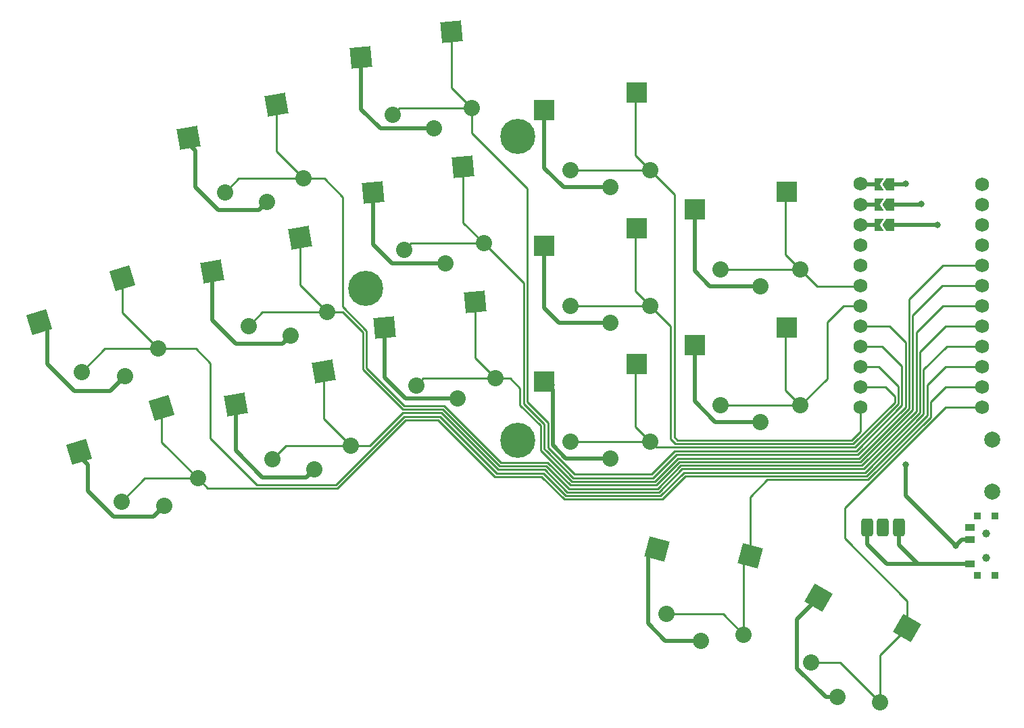
<source format=gtl>
%TF.GenerationSoftware,KiCad,Pcbnew,(6.0.4-0)*%
%TF.CreationDate,2022-05-16T08:39:31+02:00*%
%TF.ProjectId,battoota,62617474-6f6f-4746-912e-6b696361645f,v1.0.0*%
%TF.SameCoordinates,Original*%
%TF.FileFunction,Copper,L1,Top*%
%TF.FilePolarity,Positive*%
%FSLAX46Y46*%
G04 Gerber Fmt 4.6, Leading zero omitted, Abs format (unit mm)*
G04 Created by KiCad (PCBNEW (6.0.4-0)) date 2022-05-16 08:39:31*
%MOMM*%
%LPD*%
G01*
G04 APERTURE LIST*
G04 Aperture macros list*
%AMRoundRect*
0 Rectangle with rounded corners*
0 $1 Rounding radius*
0 $2 $3 $4 $5 $6 $7 $8 $9 X,Y pos of 4 corners*
0 Add a 4 corners polygon primitive as box body*
4,1,4,$2,$3,$4,$5,$6,$7,$8,$9,$2,$3,0*
0 Add four circle primitives for the rounded corners*
1,1,$1+$1,$2,$3*
1,1,$1+$1,$4,$5*
1,1,$1+$1,$6,$7*
1,1,$1+$1,$8,$9*
0 Add four rect primitives between the rounded corners*
20,1,$1+$1,$2,$3,$4,$5,0*
20,1,$1+$1,$4,$5,$6,$7,0*
20,1,$1+$1,$6,$7,$8,$9,0*
20,1,$1+$1,$8,$9,$2,$3,0*%
%AMRotRect*
0 Rectangle, with rotation*
0 The origin of the aperture is its center*
0 $1 length*
0 $2 width*
0 $3 Rotation angle, in degrees counterclockwise*
0 Add horizontal line*
21,1,$1,$2,0,0,$3*%
%AMFreePoly0*
4,1,6,0.500000,-0.750000,-0.650000,-0.750000,-0.150000,0.000000,-0.650000,0.750000,0.500000,0.750000,0.500000,-0.750000,0.500000,-0.750000,$1*%
%AMFreePoly1*
4,1,6,1.000000,0.000000,0.500000,-0.750000,-0.500000,-0.750000,-0.500000,0.750000,0.500000,0.750000,1.000000,0.000000,1.000000,0.000000,$1*%
G04 Aperture macros list end*
%TA.AperFunction,SMDPad,CuDef*%
%ADD10R,0.900000X0.900000*%
%TD*%
%TA.AperFunction,SMDPad,CuDef*%
%ADD11R,1.250000X0.900000*%
%TD*%
%TA.AperFunction,ComponentPad*%
%ADD12RoundRect,0.375000X-0.375000X-0.750000X0.375000X-0.750000X0.375000X0.750000X-0.375000X0.750000X0*%
%TD*%
%TA.AperFunction,ComponentPad*%
%ADD13C,2.000000*%
%TD*%
%TA.AperFunction,SMDPad,CuDef*%
%ADD14RotRect,2.600000X2.600000X10.000000*%
%TD*%
%TA.AperFunction,ComponentPad*%
%ADD15C,2.032000*%
%TD*%
%TA.AperFunction,SMDPad,CuDef*%
%ADD16RotRect,2.600000X2.600000X5.000000*%
%TD*%
%TA.AperFunction,SMDPad,CuDef*%
%ADD17R,2.600000X2.600000*%
%TD*%
%TA.AperFunction,SMDPad,CuDef*%
%ADD18RotRect,2.600000X2.600000X330.000000*%
%TD*%
%TA.AperFunction,WasherPad*%
%ADD19C,1.000000*%
%TD*%
%TA.AperFunction,SMDPad,CuDef*%
%ADD20RotRect,2.600000X2.600000X17.000000*%
%TD*%
%TA.AperFunction,SMDPad,CuDef*%
%ADD21RotRect,2.600000X2.600000X345.000000*%
%TD*%
%TA.AperFunction,ComponentPad*%
%ADD22C,1.752600*%
%TD*%
%TA.AperFunction,SMDPad,CuDef*%
%ADD23FreePoly0,180.000000*%
%TD*%
%TA.AperFunction,SMDPad,CuDef*%
%ADD24R,1.524000X0.500000*%
%TD*%
%TA.AperFunction,SMDPad,CuDef*%
%ADD25FreePoly1,180.000000*%
%TD*%
%TA.AperFunction,ComponentPad*%
%ADD26C,4.400000*%
%TD*%
%TA.AperFunction,ViaPad*%
%ADD27C,0.800000*%
%TD*%
%TA.AperFunction,Conductor*%
%ADD28C,0.250000*%
%TD*%
%TA.AperFunction,Conductor*%
%ADD29C,0.500000*%
%TD*%
G04 APERTURE END LIST*
D10*
%TO.P,T1,*%
%TO.N,*%
X161400140Y52144619D03*
X163600140Y59544619D03*
X163600140Y52144619D03*
X161400140Y59544619D03*
D11*
%TO.P,T1,1*%
%TO.N,Braw*%
X160425140Y53594619D03*
%TO.P,T1,2*%
%TO.N,RAW*%
X160425140Y56594619D03*
%TO.P,T1,3*%
%TO.N,N/C*%
X160425140Y58094619D03*
%TD*%
D12*
%TO.P,PAD1,1*%
%TO.N,Braw*%
X151545396Y58163682D03*
%TO.P,PAD1,2*%
%TO.N,GND*%
X149545396Y58163682D03*
%TO.P,PAD1,3*%
%TO.N,Braw*%
X147545396Y58163682D03*
%TD*%
D13*
%TO.P,B1,1*%
%TO.N,RST*%
X163203191Y69152519D03*
%TO.P,B1,2*%
%TO.N,GND*%
X163203191Y62652519D03*
%TD*%
D14*
%TO.P,S11,1*%
%TO.N,P3*%
X73579149Y111173371D03*
%TO.P,S11,2*%
%TO.N,GND*%
X62586645Y107001157D03*
%TD*%
D15*
%TO.P,S34,1*%
%TO.N,P9*%
X140546537Y41179683D03*
X149206791Y36179683D03*
%TO.P,S34,2*%
%TO.N,GND*%
X143826664Y36861030D03*
X143826664Y36861030D03*
%TD*%
D16*
%TO.P,S15,1*%
%TO.N,P18*%
X96965604Y103326961D03*
%TO.P,S15,2*%
%TO.N,GND*%
X85651298Y100128683D03*
%TD*%
D17*
%TO.P,S21,1*%
%TO.N,P16*%
X118686087Y95636017D03*
%TO.P,S21,2*%
%TO.N,GND*%
X107136087Y93436017D03*
%TD*%
D15*
%TO.P,S8,1*%
%TO.N,P5*%
X73026972Y66651093D03*
X82875050Y68387574D03*
%TO.P,S8,2*%
%TO.N,GND*%
X78315672Y65451237D03*
X78315672Y65451237D03*
%TD*%
%TO.P,S14,1*%
%TO.N,P2*%
X91053509Y75957538D03*
X101015456Y76829096D03*
%TO.P,S14,2*%
%TO.N,GND*%
X96217510Y74301308D03*
X96217510Y74301308D03*
%TD*%
%TO.P,S20,1*%
%TO.N,P14*%
X120411087Y68886017D03*
X110411087Y68886017D03*
%TO.P,S20,2*%
%TO.N,GND*%
X115411087Y66786017D03*
X115411087Y66786017D03*
%TD*%
%TO.P,S28,1*%
%TO.N,P19*%
X129218280Y73478852D03*
X139218280Y73478852D03*
%TO.P,S28,2*%
%TO.N,GND*%
X134218280Y71378852D03*
X134218280Y71378852D03*
%TD*%
D17*
%TO.P,S29,1*%
%TO.N,P20*%
X137493280Y100228852D03*
%TO.P,S29,2*%
%TO.N,GND*%
X125943280Y98028852D03*
%TD*%
D18*
%TO.P,S33,1*%
%TO.N,P9*%
X152587897Y45485931D03*
%TO.P,S33,2*%
%TO.N,GND*%
X141485304Y49355675D03*
%TD*%
D14*
%TO.P,S7,1*%
%TO.N,P5*%
X79483187Y77689907D03*
%TO.P,S7,2*%
%TO.N,GND*%
X68490683Y73517693D03*
%TD*%
D19*
%TO.P,T2,*%
%TO.N,*%
X162500140Y57344619D03*
X162500140Y54344619D03*
%TD*%
D20*
%TO.P,S5,1*%
%TO.N,P6*%
X54234545Y89377494D03*
%TO.P,S5,2*%
%TO.N,GND*%
X43832443Y83896730D03*
%TD*%
D17*
%TO.P,S27,1*%
%TO.N,P19*%
X137493280Y83228852D03*
%TO.P,S27,2*%
%TO.N,GND*%
X125943280Y81028852D03*
%TD*%
D14*
%TO.P,S9,1*%
%TO.N,P4*%
X76531168Y94431639D03*
%TO.P,S9,2*%
%TO.N,GND*%
X65538664Y90259425D03*
%TD*%
D15*
%TO.P,S16,1*%
%TO.N,P18*%
X99533808Y93764406D03*
X89571861Y92892848D03*
%TO.P,S16,2*%
%TO.N,GND*%
X94735862Y91236618D03*
X94735862Y91236618D03*
%TD*%
%TO.P,S30,1*%
%TO.N,P20*%
X139218280Y90478852D03*
X129218280Y90478852D03*
%TO.P,S30,2*%
%TO.N,GND*%
X134218280Y88378852D03*
X134218280Y88378852D03*
%TD*%
D16*
%TO.P,S13,1*%
%TO.N,P2*%
X98447252Y86391651D03*
%TO.P,S13,2*%
%TO.N,GND*%
X87132946Y83193373D03*
%TD*%
D15*
%TO.P,S24,1*%
%TO.N,P10*%
X110411087Y102886017D03*
X120411087Y102886017D03*
%TO.P,S24,2*%
%TO.N,GND*%
X115411087Y100786017D03*
X115411087Y100786017D03*
%TD*%
D16*
%TO.P,S17,1*%
%TO.N,P15*%
X95483957Y120262271D03*
%TO.P,S17,2*%
%TO.N,GND*%
X84169651Y117063993D03*
%TD*%
D15*
%TO.P,S4,1*%
%TO.N,P7*%
X54142067Y61376965D03*
X63705114Y64300682D03*
%TO.P,S4,2*%
%TO.N,GND*%
X59537571Y60830584D03*
X59537571Y60830584D03*
%TD*%
%TO.P,S10,1*%
%TO.N,P4*%
X70074953Y83392825D03*
X79923031Y85129306D03*
%TO.P,S10,2*%
%TO.N,GND*%
X75363653Y82192969D03*
X75363653Y82192969D03*
%TD*%
%TO.P,S22,1*%
%TO.N,P16*%
X110411087Y85886017D03*
X120411087Y85886017D03*
%TO.P,S22,2*%
%TO.N,GND*%
X115411087Y83786017D03*
X115411087Y83786017D03*
%TD*%
D21*
%TO.P,S31,1*%
%TO.N,P8*%
X132942445Y54548731D03*
%TO.P,S31,2*%
%TO.N,GND*%
X121216600Y55413054D03*
%TD*%
D22*
%TO.P,MCU1,*%
%TO.N,*%
X161977213Y98602542D03*
D23*
X148993690Y98602542D03*
X148993690Y101142542D03*
D24*
X148068690Y96062542D03*
D22*
X161977213Y96062542D03*
X146737213Y96062542D03*
D24*
X148068690Y101142542D03*
D23*
X148993690Y96062542D03*
D24*
X148068690Y98602542D03*
D22*
X146737213Y101226288D03*
X161977213Y101142542D03*
X146737213Y98602542D03*
D25*
%TO.P,MCU1,1*%
%TO.N,RAW*%
X150443690Y101142542D03*
%TO.P,MCU1,2*%
%TO.N,GND*%
X150443690Y98602542D03*
%TO.P,MCU1,3*%
%TO.N,RST*%
X150443690Y96062542D03*
D22*
%TO.P,MCU1,4*%
%TO.N,N/C*%
X146737213Y93522542D03*
%TO.P,MCU1,5*%
%TO.N,P21*%
X146737213Y90982542D03*
%TO.P,MCU1,6*%
%TO.N,P20*%
X146737213Y88442542D03*
%TO.P,MCU1,7*%
%TO.N,P19*%
X146737213Y85902542D03*
%TO.P,MCU1,8*%
%TO.N,P18*%
X146737213Y83362542D03*
%TO.P,MCU1,9*%
%TO.N,P15*%
X146737213Y80822542D03*
%TO.P,MCU1,10*%
%TO.N,P14*%
X146737213Y78282542D03*
%TO.P,MCU1,11*%
%TO.N,P16*%
X146737213Y75742542D03*
%TO.P,MCU1,12*%
%TO.N,P10*%
X146737213Y73202542D03*
%TO.P,MCU1,16*%
%TO.N,N/C*%
X161977213Y93522542D03*
%TO.P,MCU1,17*%
%TO.N,P2*%
X161977213Y90982542D03*
%TO.P,MCU1,18*%
%TO.N,P3*%
X161977213Y88442542D03*
%TO.P,MCU1,19*%
%TO.N,P4*%
X161977213Y85902542D03*
%TO.P,MCU1,20*%
%TO.N,P5*%
X161977213Y83362542D03*
%TO.P,MCU1,21*%
%TO.N,P6*%
X161977213Y80822542D03*
%TO.P,MCU1,22*%
%TO.N,P7*%
X161977213Y78282542D03*
%TO.P,MCU1,23*%
%TO.N,P8*%
X161977213Y75742542D03*
%TO.P,MCU1,24*%
%TO.N,P9*%
X161977213Y73202542D03*
%TD*%
D20*
%TO.P,S3,1*%
%TO.N,P7*%
X59204864Y73120313D03*
%TO.P,S3,2*%
%TO.N,GND*%
X48802762Y67639549D03*
%TD*%
D15*
%TO.P,S32,1*%
%TO.N,P8*%
X132085182Y44684492D03*
X122425923Y47272682D03*
%TO.P,S32,2*%
%TO.N,GND*%
X126712033Y43950143D03*
X126712033Y43950143D03*
%TD*%
D26*
%TO.P,REF\u002A\u002A,1*%
%TO.N,N/C*%
X84747220Y88141427D03*
X103797220Y69091427D03*
X103797220Y107191427D03*
%TD*%
D15*
%TO.P,S12,1*%
%TO.N,P3*%
X76971012Y101871038D03*
X67122934Y100134557D03*
%TO.P,S12,2*%
%TO.N,GND*%
X72411634Y98934701D03*
X72411634Y98934701D03*
%TD*%
D17*
%TO.P,S23,1*%
%TO.N,P10*%
X118686087Y112636017D03*
%TO.P,S23,2*%
%TO.N,GND*%
X107136087Y110436017D03*
%TD*%
D15*
%TO.P,S6,1*%
%TO.N,P6*%
X49171748Y77634146D03*
X58734795Y80557863D03*
%TO.P,S6,2*%
%TO.N,GND*%
X54567252Y77087765D03*
X54567252Y77087765D03*
%TD*%
D17*
%TO.P,S19,1*%
%TO.N,P14*%
X118686087Y78636017D03*
%TO.P,S19,2*%
%TO.N,GND*%
X107136087Y76436017D03*
%TD*%
D15*
%TO.P,S18,1*%
%TO.N,P15*%
X88090214Y109828158D03*
X98052161Y110699716D03*
%TO.P,S18,2*%
%TO.N,GND*%
X93254215Y108171928D03*
X93254215Y108171928D03*
%TD*%
D27*
%TO.N,GND*%
X154304587Y98650426D03*
%TO.N,RAW*%
X158661253Y55844619D03*
X152400000Y66040000D03*
X152400000Y101213143D03*
%TO.N,RST*%
X156389782Y96106346D03*
%TD*%
D28*
%TO.N,P9*%
X161977213Y73202542D02*
X157391963Y73202542D01*
X157391963Y73202542D02*
X144780000Y60590579D01*
X144780000Y60590579D02*
X144780000Y56741082D01*
X144780000Y56741082D02*
X152587897Y48933185D01*
X152587897Y48933185D02*
X152587897Y45485931D01*
%TO.N,P8*%
X161977213Y75742542D02*
X157416933Y75742542D01*
X157416933Y75742542D02*
X155527414Y73853023D01*
X155527414Y73853023D02*
X155527414Y71973710D01*
X155527414Y71973710D02*
X147665454Y64111751D01*
X147665454Y64111751D02*
X135069637Y64111751D01*
X135069637Y64111751D02*
X132942445Y61984559D01*
X132942445Y61984559D02*
X132942445Y54548731D01*
%TO.N,P6*%
X81024544Y63500000D02*
X71120000Y63500000D01*
X94028116Y72037521D02*
X89562066Y72037521D01*
X154628374Y72346106D02*
X147293059Y65010791D01*
X63479549Y80557863D02*
X58734795Y80557863D01*
X58734795Y80557863D02*
X52095465Y80557863D01*
X54234545Y89377494D02*
X54234545Y85058113D01*
X109813673Y62104105D02*
X106982862Y64934916D01*
X52095465Y80557863D02*
X49171748Y77634146D01*
X54234545Y85058113D02*
X58734795Y80557863D01*
X147293059Y65010791D02*
X124592825Y65010791D01*
X89562066Y72037521D02*
X81024544Y63500000D01*
X65297412Y78740000D02*
X63479549Y80557863D01*
X124592825Y65010791D02*
X121686138Y62104105D01*
X65297412Y69322588D02*
X65297412Y78740000D01*
X121686138Y62104105D02*
X109813673Y62104105D01*
X101130724Y64934916D02*
X94028116Y72037521D01*
X157527339Y80822542D02*
X154628374Y77923577D01*
X106982862Y64934916D02*
X101130724Y64934916D01*
X71120000Y63500000D02*
X65297412Y69322588D01*
X161977213Y80822542D02*
X157527339Y80822542D01*
X154628374Y77923577D02*
X154628374Y72346106D01*
D29*
%TO.N,GND*%
X108153560Y75418544D02*
X107136087Y76436017D01*
X63384822Y105421809D02*
X62586645Y106219986D01*
X96217510Y74301308D02*
X89760656Y74301308D01*
X134218280Y88378852D02*
X127851901Y88378852D01*
X63384822Y100802250D02*
X63384822Y105421809D01*
X128490798Y71378852D02*
X125943280Y73926370D01*
X75363653Y82192969D02*
X74347654Y81176970D01*
X115411087Y66786017D02*
X109815760Y66786017D01*
X125943280Y90287473D02*
X125943280Y98028852D01*
X108153560Y68448217D02*
X108153560Y75418544D01*
X62586645Y106219986D02*
X62586645Y107001157D01*
X66268370Y97918702D02*
X63384822Y100802250D01*
X74347654Y81176970D02*
X68485407Y81176970D01*
X71813295Y64435238D02*
X68490683Y67757850D01*
X89760656Y74301308D02*
X87132946Y76929018D01*
X109815760Y66786017D02*
X108153560Y68448217D01*
X49917361Y65987885D02*
X48802762Y67102484D01*
X138772419Y40478435D02*
X138772419Y46642790D01*
X120155154Y46082113D02*
X120155154Y54351608D01*
X59537571Y60830584D02*
X58196209Y59489222D01*
X77299673Y64435238D02*
X71813295Y64435238D01*
X115411087Y83786017D02*
X108973745Y83786017D01*
X78315672Y65451237D02*
X77299673Y64435238D01*
X58196209Y59489222D02*
X53137791Y59489222D01*
X71395635Y97918702D02*
X66268370Y97918702D01*
X126712033Y43950143D02*
X122287124Y43950143D01*
X53137791Y59489222D02*
X49917361Y62709652D01*
X134218280Y71378852D02*
X128490798Y71378852D01*
X107136087Y103216201D02*
X107136087Y110436017D01*
X86601289Y108171928D02*
X86570217Y108140856D01*
X93254215Y108171928D02*
X86601289Y108171928D01*
X115411087Y100786017D02*
X109566271Y100786017D01*
X68485407Y81176970D02*
X65538664Y84123713D01*
X85651298Y93599163D02*
X85651298Y100128683D01*
X65538664Y84123713D02*
X65538664Y90259425D01*
X48802762Y67102484D02*
X48802762Y67639549D01*
X138772419Y46642790D02*
X141485304Y49355675D01*
X122287124Y43950143D02*
X120155154Y46082113D01*
X142389824Y36861030D02*
X138772419Y40478435D01*
X154256703Y98602542D02*
X150443690Y98602542D01*
X108153560Y76015027D02*
X107136087Y77032500D01*
X109566271Y100786017D02*
X107136087Y103216201D01*
X94735862Y91236618D02*
X88013843Y91236618D01*
X48232895Y75218284D02*
X44864298Y78586881D01*
X87132946Y76929018D02*
X87132946Y83193373D01*
X88013843Y91236618D02*
X85651298Y93599163D01*
X108973745Y83786017D02*
X107136087Y85623675D01*
X154304587Y98650426D02*
X154256703Y98602542D01*
X127851901Y88378852D02*
X125943280Y90287473D01*
X44864298Y78586881D02*
X44864298Y82864875D01*
X86570217Y108140856D02*
X84169651Y110541422D01*
X54567252Y77087765D02*
X52697771Y75218284D01*
X72411634Y98934701D02*
X71395635Y97918702D01*
X143826664Y36861030D02*
X142389824Y36861030D01*
X68490683Y67757850D02*
X68490683Y73517693D01*
X52697771Y75218284D02*
X48232895Y75218284D01*
X107136087Y85623675D02*
X107136087Y93436017D01*
X44864298Y82864875D02*
X43832443Y83896730D01*
X49917361Y62709652D02*
X49917361Y65987885D01*
X125943280Y73926370D02*
X125943280Y81028852D01*
X84169651Y110541422D02*
X84169651Y117063993D01*
D28*
%TO.N,P5*%
X121499941Y62553625D02*
X124406628Y65460311D01*
X157383378Y83345369D02*
X161960040Y83345369D01*
X154178854Y80140845D02*
X157383378Y83345369D01*
X79483187Y71779437D02*
X82875050Y68387574D01*
X154178854Y72532303D02*
X154178854Y80140845D01*
X94214315Y72487041D02*
X101316920Y65384436D01*
X124406628Y65460311D02*
X147106862Y65460311D01*
X109999871Y62553625D02*
X121499941Y62553625D01*
X101316920Y65384436D02*
X107169060Y65384436D01*
X82875050Y68387574D02*
X74763453Y68387574D01*
X107169060Y65384436D02*
X109999871Y62553625D01*
X79483187Y77689907D02*
X79483187Y71779437D01*
X74763453Y68387574D02*
X73026972Y66651093D01*
X85276400Y68387574D02*
X89375867Y72487041D01*
X89375867Y72487041D02*
X94214315Y72487041D01*
X82875050Y68387574D02*
X85276400Y68387574D01*
X147106862Y65460311D02*
X154178854Y72532303D01*
%TO.N,P4*%
X101503117Y65833956D02*
X107355257Y65833956D01*
X121313741Y63003145D02*
X124220427Y65909831D01*
X76531168Y88521169D02*
X79923031Y85129306D01*
X94400512Y72936561D02*
X101503117Y65833956D01*
X146920664Y65909831D02*
X153729334Y72718501D01*
X76531168Y94431639D02*
X76531168Y88521169D01*
X107355257Y65833956D02*
X110186071Y63003145D01*
X84386480Y82617802D02*
X84386480Y77933067D01*
X157024799Y85904799D02*
X161974956Y85904799D01*
X79923031Y85129306D02*
X71811434Y85129306D01*
X79923031Y85129306D02*
X81874976Y85129306D01*
X124220427Y65909831D02*
X146920664Y65909831D01*
X81874976Y85129306D02*
X84386480Y82617802D01*
X153729334Y82609334D02*
X157024799Y85904799D01*
X84386480Y77933067D02*
X89382986Y72936561D01*
X89382986Y72936561D02*
X94400512Y72936561D01*
X71811434Y85129306D02*
X70074953Y83392825D01*
X153729334Y72718501D02*
X153729334Y82609334D01*
X110186071Y63003145D02*
X121313741Y63003145D01*
X161974956Y85904799D02*
X161977213Y85902542D01*
%TO.N,P3*%
X68859415Y101871038D02*
X67122934Y100134557D01*
X81858703Y85781297D02*
X84836000Y82804000D01*
X101689314Y66283476D02*
X107541455Y66283476D01*
X89569184Y73386081D02*
X94586709Y73386081D01*
X107541455Y66283476D02*
X110372268Y63452665D01*
X121127543Y63452665D02*
X124034230Y66359351D01*
X76971012Y101871038D02*
X79561162Y101871038D01*
X73579149Y111173371D02*
X73579149Y105262901D01*
X84836000Y82804000D02*
X84836000Y78119265D01*
X124034230Y66359351D02*
X146734466Y66359351D01*
X153249052Y84703008D02*
X156988586Y88442542D01*
X81858703Y99573497D02*
X81858703Y85781297D01*
X76971012Y101871038D02*
X68859415Y101871038D01*
X146734466Y66359351D02*
X153249052Y72873937D01*
X79561162Y101871038D02*
X81858703Y99573497D01*
X94586709Y73386081D02*
X101689314Y66283476D01*
X153249052Y72873937D02*
X153249052Y84703008D01*
X73579149Y105262901D02*
X76971012Y101871038D01*
X156988586Y88442542D02*
X161977213Y88442542D01*
X84836000Y78119265D02*
X89569184Y73386081D01*
X110372268Y63452665D02*
X121127543Y63452665D01*
%TO.N,P2*%
X102844128Y76829096D02*
X104079160Y75594064D01*
X91925067Y76829096D02*
X91053509Y75957538D01*
X104079160Y73484347D02*
X106680000Y70883507D01*
X101015456Y76829096D02*
X98447252Y79397300D01*
X98447252Y79397300D02*
X98447252Y86391651D01*
X120941347Y63902185D02*
X123848033Y66808871D01*
X157043597Y90982542D02*
X161977213Y90982542D01*
X146548268Y66808871D02*
X152799532Y73060135D01*
X123848033Y66808871D02*
X146548268Y66808871D01*
X152799532Y86738477D02*
X157043597Y90982542D01*
X104079160Y75594064D02*
X104079160Y73484347D01*
X106680000Y70883507D02*
X106680001Y67780648D01*
X110558465Y63902185D02*
X120941347Y63902185D01*
X152799532Y73060135D02*
X152799532Y86738477D01*
X101015456Y76829096D02*
X102844128Y76829096D01*
X101015456Y76829096D02*
X91925067Y76829096D01*
X106680001Y67780648D02*
X110558465Y63902185D01*
%TO.N,P18*%
X104528680Y88769534D02*
X104528680Y73670546D01*
X107129520Y67966846D02*
X107392843Y67703524D01*
X120755149Y64351705D02*
X123661836Y67258391D01*
X99533808Y93764406D02*
X90443419Y93764406D01*
X96965604Y96332610D02*
X99533808Y93764406D01*
X146362070Y67258391D02*
X152350012Y73246333D01*
X110744662Y64351705D02*
X120755149Y64351705D01*
X99533808Y93764406D02*
X104528680Y88769534D01*
X152350012Y81329988D02*
X150317458Y83362542D01*
X107129520Y71069705D02*
X107129520Y67966846D01*
X150317458Y83362542D02*
X146737213Y83362542D01*
X96965604Y103326961D02*
X96965604Y96332610D01*
X123661836Y67258391D02*
X146362070Y67258391D01*
X104528680Y73670546D02*
X107129520Y71069705D01*
X107392843Y67703524D02*
X110744662Y64351705D01*
X90443419Y93764406D02*
X89571861Y92892848D01*
X152350012Y73246333D02*
X152350012Y81329988D01*
%TO.N,P15*%
X107579040Y68153044D02*
X110930859Y64801225D01*
X151900492Y78376564D02*
X149454514Y80822542D01*
X95483957Y120262271D02*
X95483957Y113267920D01*
X151900492Y73432531D02*
X151900492Y78376564D01*
X146175872Y67707911D02*
X151900492Y73432531D01*
X98052161Y110699716D02*
X98052161Y107541789D01*
X149454514Y80822542D02*
X146737213Y80822542D01*
X120568951Y64801225D02*
X123475639Y67707911D01*
X98052161Y107541789D02*
X104978200Y100615750D01*
X88961772Y110699716D02*
X88090214Y109828158D01*
X107579040Y71255902D02*
X107579040Y68153044D01*
X104978200Y73856744D02*
X107579040Y71255902D01*
X104978200Y100615750D02*
X104978200Y73856744D01*
X123475639Y67707911D02*
X146175872Y67707911D01*
X110930859Y64801225D02*
X120568951Y64801225D01*
X98052161Y110699716D02*
X88961772Y110699716D01*
X95483957Y113267920D02*
X98052161Y110699716D01*
%TO.N,P14*%
X151450972Y75858105D02*
X151450972Y73618729D01*
X151450972Y73618729D02*
X146001033Y68168790D01*
X120411087Y68886017D02*
X110411087Y68886017D01*
X118536566Y78486496D02*
X118536566Y70760538D01*
X121128314Y68168790D02*
X120411087Y68886017D01*
X146737213Y78282542D02*
X149026535Y78282542D01*
X149026535Y78282542D02*
X151450972Y75858105D01*
X118536566Y70760538D02*
X120411087Y68886017D01*
X146001033Y68168790D02*
X121128314Y68168790D01*
X118686087Y78636017D02*
X118536566Y78486496D01*
%TO.N,P16*%
X118536566Y87760538D02*
X120411087Y85886017D01*
X110411087Y85886017D02*
X120411087Y85886017D01*
X149860000Y75742542D02*
X146737213Y75742542D01*
X118536566Y95486496D02*
X118536566Y87760538D01*
X145814835Y68618310D02*
X151001452Y73804926D01*
X122966194Y69188523D02*
X123536407Y68618310D01*
X151001452Y73804926D02*
X151001452Y74601090D01*
X120411087Y85886017D02*
X122966194Y83330910D01*
X151001452Y74601090D02*
X149860000Y75742542D01*
X118686087Y95636017D02*
X118536566Y95486496D01*
X122966194Y83330910D02*
X122966194Y69188523D01*
X123536407Y68618310D02*
X145814835Y68618310D01*
%TO.N,P10*%
X123793862Y69067830D02*
X145628638Y69067830D01*
X145628638Y69067830D02*
X146737213Y70176405D01*
X118536566Y112486496D02*
X118536566Y104760538D01*
X123415714Y69445978D02*
X123793862Y69067830D01*
X146737213Y70176405D02*
X146737213Y73202542D01*
X120411087Y102886017D02*
X110411087Y102886017D01*
X118686087Y112636017D02*
X118536566Y112486496D01*
X120411087Y102886017D02*
X123415714Y99881390D01*
X123415714Y99881390D02*
X123415714Y69445978D01*
X118536566Y104760538D02*
X120411087Y102886017D01*
%TO.N,P19*%
X144607863Y85902542D02*
X146737213Y85902542D01*
X137343759Y75353373D02*
X137343759Y83079331D01*
X142540891Y83835570D02*
X144607863Y85902542D01*
X142540891Y76801463D02*
X142540891Y83835570D01*
X139218280Y73478852D02*
X137343759Y75353373D01*
X137343759Y83079331D02*
X137493280Y83228852D01*
X139218280Y73478852D02*
X142540891Y76801463D01*
X129218280Y73478852D02*
X139218280Y73478852D01*
%TO.N,P20*%
X141329875Y88367257D02*
X146661928Y88367257D01*
X139218280Y90478852D02*
X141329875Y88367257D01*
X137343759Y92353373D02*
X137343759Y100079331D01*
X137343759Y100079331D02*
X137493280Y100228852D01*
X139218280Y90478852D02*
X137343759Y92353373D01*
X146661928Y88367257D02*
X146737213Y88442542D01*
X129218280Y90478852D02*
X139218280Y90478852D01*
%TO.N,P7*%
X121872336Y61654585D02*
X109627476Y61654585D01*
X93841919Y71588001D02*
X89748263Y71588001D01*
X89748263Y71588001D02*
X81210741Y63050480D01*
X59204864Y68800932D02*
X63705114Y64300682D01*
X157360570Y78282542D02*
X155077894Y75999866D01*
X81210741Y63050480D02*
X64955316Y63050480D01*
X64955316Y63050480D02*
X63705114Y64300682D01*
X109627476Y61654585D02*
X106796665Y64485396D01*
X161977213Y78282542D02*
X157360570Y78282542D01*
X106796665Y64485396D02*
X100944526Y64485396D01*
X155077894Y72159908D02*
X147479257Y64561271D01*
X124779022Y64561271D02*
X121872336Y61654585D01*
X147479257Y64561271D02*
X124779022Y64561271D01*
X100944526Y64485396D02*
X93841919Y71588001D01*
X155077894Y75999866D02*
X155077894Y72159908D01*
X63705114Y64300682D02*
X57065784Y64300682D01*
X57065784Y64300682D02*
X54142067Y61376965D01*
X59204864Y73120313D02*
X59204864Y68800932D01*
%TO.N,P8*%
X129496992Y47272682D02*
X122425923Y47272682D01*
X132085182Y44684492D02*
X129496992Y47272682D01*
X132085182Y53691468D02*
X132085182Y44684492D01*
%TO.N,P9*%
X144206791Y41179683D02*
X140546537Y41179683D01*
X152587897Y45485931D02*
X149206791Y42104825D01*
X149206791Y36179683D02*
X144206791Y41179683D01*
X149206791Y42104825D02*
X149206791Y36179683D01*
D29*
%TO.N,RAW*%
X152400000Y62118371D02*
X158661253Y55857118D01*
X152372041Y101185184D02*
X150419502Y101185184D01*
X152400000Y101213143D02*
X152372041Y101185184D01*
X158661253Y55857118D02*
X158661253Y55844619D01*
X159411253Y56594619D02*
X160425140Y56594619D01*
X152400000Y66040000D02*
X152400000Y62118371D01*
X158661253Y55844619D02*
X159411253Y56594619D01*
%TO.N,RST*%
X150466332Y96085184D02*
X150443690Y96062542D01*
X156389782Y96106346D02*
X156368620Y96085184D01*
X156368620Y96085184D02*
X150466332Y96085184D01*
%TO.N,Braw*%
X149987226Y53594619D02*
X147545396Y56036449D01*
X160425140Y53594619D02*
X149987226Y53594619D01*
X151545396Y55929571D02*
X153880348Y53594619D01*
X147545396Y56036449D02*
X147545396Y58163682D01*
X153880348Y53594619D02*
X160425140Y53594619D01*
X151545396Y58163682D02*
X151545396Y55929571D01*
%TD*%
M02*

</source>
